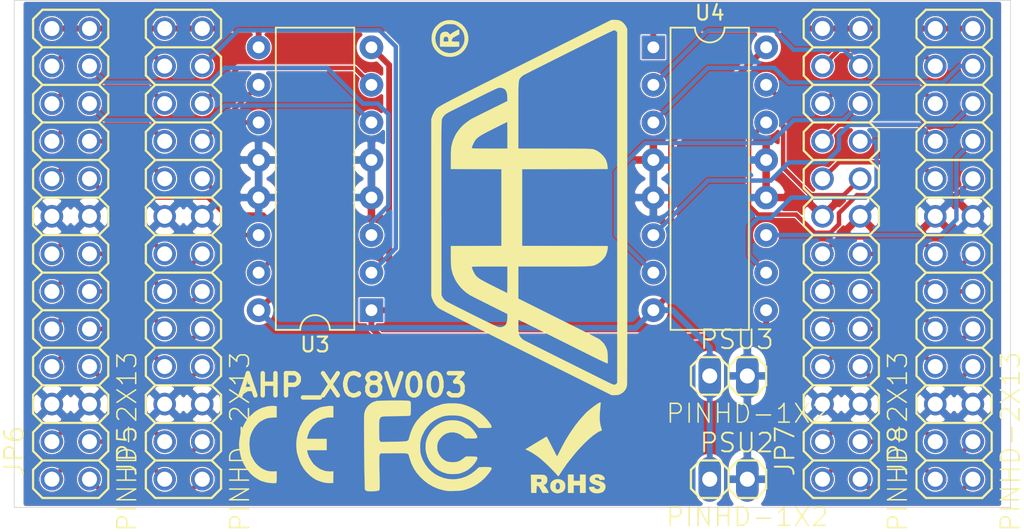
<source format=kicad_pcb>
(kicad_pcb (version 20171130) (host pcbnew 5.1.5+dfsg1-2build2)
  (layers (0 F.Cu signal) (31 B.Cu signal) (34 B.Paste user) (35 F.Paste user) (36 B.SilkS user) (37 F.SilkS user) (38 B.Mask user) (39 F.Mask user) (44 Edge.Cuts user))
  (net 0 "")
  (net 1 +3V3)
  (net 2 GND)
  (net 3 "Net-(JP5-Pad24)")
  (net 4 "Net-(JP5-Pad23)")
  (net 5 "Net-(JP5-Pad22)")
  (net 6 "Net-(JP5-Pad21)")
  (net 7 "Net-(JP5-Pad20)")
  (net 8 "Net-(JP5-Pad19)")
  (net 9 "Net-(JP5-Pad18)")
  (net 10 "Net-(JP5-Pad17)")
  (net 11 "Net-(JP5-Pad14)")
  (net 12 "Net-(JP5-Pad13)")
  (net 13 "Net-(JP5-Pad12)")
  (net 14 "Net-(JP5-Pad11)")
  (net 15 "Net-(JP5-Pad10)")
  (net 16 "Net-(JP5-Pad9)")
  (net 17 "Net-(JP5-Pad8)")
  (net 18 "Net-(JP5-Pad7)")
  (net 19 "Net-(JP5-Pad4)")
  (net 20 "Net-(JP5-Pad3)")
  (net 21 "Net-(JP5-Pad2)")
  (net 22 "Net-(JP5-Pad1)")
  (net 23 "Net-(JP7-Pad24)")
  (net 24 "Net-(JP7-Pad23)")
  (net 25 "Net-(JP7-Pad22)")
  (net 26 "Net-(JP7-Pad21)")
  (net 27 "Net-(JP7-Pad20)")
  (net 28 "Net-(JP7-Pad19)")
  (net 29 "Net-(JP7-Pad18)")
  (net 30 "Net-(JP7-Pad17)")
  (net 31 "Net-(JP7-Pad14)")
  (net 32 "Net-(JP7-Pad13)")
  (net 33 "Net-(JP7-Pad12)")
  (net 34 "Net-(JP7-Pad11)")
  (net 35 "Net-(JP7-Pad10)")
  (net 36 "Net-(JP7-Pad9)")
  (net 37 "Net-(JP7-Pad8)")
  (net 38 "Net-(JP7-Pad7)")
  (net 39 "Net-(JP7-Pad4)")
  (net 40 "Net-(JP7-Pad3)")
  (net 41 "Net-(JP7-Pad2)")
  (net 42 "Net-(JP7-Pad1)")
  (net 43 +5V)
  (net 44 "Net-(JP6-Pad23)")
  (net 45 "Net-(JP6-Pad21)")
  (net 46 "Net-(JP6-Pad19)")
  (net 47 "Net-(JP6-Pad17)")
  (net 48 "Net-(JP8-Pad23)")
  (net 49 "Net-(JP8-Pad21)")
  (net 50 "Net-(JP8-Pad19)")
  (net 51 "Net-(JP8-Pad17)")
  (module logos:CE_logo (layer F.Cu) (at 85.09 139.7)
    (fp_text reference G*** hide)
    (fp_text value LOGO hide)
  )
  (module logos:AHP_logo (layer F.Cu) (at 92.075 123.19 90)
    (fp_text reference G*** hide)
    (fp_text value LOGO hide)
  )
  (module Package_DIP:DIP-16_W7.62mm (layer F.Cu) (at 100.46 112.355)
    (fp_text reference U4 (at 3.81 -2.33) (layer F.SilkS))
    (fp_text value L293D)
    (pad 1 thru_hole rect (at 0 0) (size 1.6 1.6) (drill 0.8) (layers *.Cu *.Mask) (net 1 +3V3))
    (pad 9 thru_hole oval (at 7.62 17.78) (size 1.6 1.6) (drill 0.8) (layers *.Cu *.Mask) (net 1 +3V3))
    (pad 2 thru_hole oval (at 0 2.54) (size 1.6 1.6) (drill 0.8) (layers *.Cu *.Mask) (net 24 "Net-(JP7-Pad23)"))
    (pad 10 thru_hole oval (at 7.62 15.24) (size 1.6 1.6) (drill 0.8) (layers *.Cu *.Mask) (net 28 "Net-(JP7-Pad19)"))
    (pad 3 thru_hole oval (at 0 5.08) (size 1.6 1.6) (drill 0.8) (layers *.Cu *.Mask) (net 48 "Net-(JP8-Pad23)"))
    (pad 11 thru_hole oval (at 7.62 12.7) (size 1.6 1.6) (drill 0.8) (layers *.Cu *.Mask) (net 50 "Net-(JP8-Pad19)"))
    (pad 4 thru_hole oval (at 0 7.62) (size 1.6 1.6) (drill 0.8) (layers *.Cu *.Mask) (net 2 GND))
    (pad 12 thru_hole oval (at 7.62 10.16) (size 1.6 1.6) (drill 0.8) (layers *.Cu *.Mask) (net 2 GND))
    (pad 5 thru_hole oval (at 0 10.16) (size 1.6 1.6) (drill 0.8) (layers *.Cu *.Mask) (net 2 GND))
    (pad 13 thru_hole oval (at 7.62 7.62) (size 1.6 1.6) (drill 0.8) (layers *.Cu *.Mask) (net 2 GND))
    (pad 6 thru_hole oval (at 0 12.7) (size 1.6 1.6) (drill 0.8) (layers *.Cu *.Mask) (net 49 "Net-(JP8-Pad21)"))
    (pad 14 thru_hole oval (at 7.62 5.08) (size 1.6 1.6) (drill 0.8) (layers *.Cu *.Mask) (net 51 "Net-(JP8-Pad17)"))
    (pad 7 thru_hole oval (at 0 15.24) (size 1.6 1.6) (drill 0.8) (layers *.Cu *.Mask) (net 26 "Net-(JP7-Pad21)"))
    (pad 15 thru_hole oval (at 7.62 2.54) (size 1.6 1.6) (drill 0.8) (layers *.Cu *.Mask) (net 30 "Net-(JP7-Pad17)"))
    (pad 8 thru_hole oval (at 0 17.78) (size 1.6 1.6) (drill 0.8) (layers *.Cu *.Mask) (net 43 +5V))
    (pad 16 thru_hole oval (at 7.62 0) (size 1.6 1.6) (drill 0.8) (layers *.Cu *.Mask) (net 43 +5V))
  )
  (module pinhead:pinhead-2X13 (layer F.Cu) (at 68.71 126.325 90)
    (fp_text reference JP5 (at -13.335 -3.81 90) (layer F.SilkS) (effects (font (size 1.27 1.27) (thickness 0.127))))
    (fp_text value PINHD-2X13 (at -12.7 3.81 90) (layer F.SilkS) (effects (font (size 1.27 1.27) (thickness 0.1016))))
    (pad 26 thru_hole circle (at 15.24 -1.27 90) (size 1.524 3.048) (drill 1.016) (layers *.Cu *.Paste *.Mask) (net 1 +3V3))
    (pad 25 thru_hole circle (at 15.24 1.27 90) (size 1.524 3.048) (drill 1.016) (layers *.Cu *.Paste *.Mask) (net 1 +3V3))
    (pad 24 thru_hole circle (at 12.7 -1.27 90) (size 1.524 3.048) (drill 1.016) (layers *.Cu *.Paste *.Mask) (net 3 "Net-(JP5-Pad24)"))
    (pad 23 thru_hole circle (at 12.7 1.27 90) (size 1.524 3.048) (drill 1.016) (layers *.Cu *.Paste *.Mask) (net 4 "Net-(JP5-Pad23)"))
    (pad 22 thru_hole circle (at 10.16 -1.27 90) (size 1.524 3.048) (drill 1.016) (layers *.Cu *.Paste *.Mask) (net 5 "Net-(JP5-Pad22)"))
    (pad 21 thru_hole circle (at 10.16 1.27 90) (size 1.524 3.048) (drill 1.016) (layers *.Cu *.Paste *.Mask) (net 6 "Net-(JP5-Pad21)"))
    (pad 20 thru_hole circle (at 7.62 -1.27 90) (size 1.524 3.048) (drill 1.016) (layers *.Cu *.Paste *.Mask) (net 7 "Net-(JP5-Pad20)"))
    (pad 19 thru_hole circle (at 7.62 1.27 90) (size 1.524 3.048) (drill 1.016) (layers *.Cu *.Paste *.Mask) (net 8 "Net-(JP5-Pad19)"))
    (pad 18 thru_hole circle (at 5.08 -1.27 90) (size 1.524 3.048) (drill 1.016) (layers *.Cu *.Paste *.Mask) (net 9 "Net-(JP5-Pad18)"))
    (pad 17 thru_hole circle (at 5.08 1.27 90) (size 1.524 3.048) (drill 1.016) (layers *.Cu *.Paste *.Mask) (net 10 "Net-(JP5-Pad17)"))
    (pad 16 thru_hole circle (at 2.54 -1.27 90) (size 1.524 3.048) (drill 1.016) (layers *.Cu *.Paste *.Mask) (net 2 GND))
    (pad 15 thru_hole circle (at 2.54 1.27 90) (size 1.524 3.048) (drill 1.016) (layers *.Cu *.Paste *.Mask) (net 2 GND))
    (pad 14 thru_hole circle (at 0 -1.27 90) (size 1.524 3.048) (drill 1.016) (layers *.Cu *.Paste *.Mask) (net 11 "Net-(JP5-Pad14)"))
    (pad 13 thru_hole circle (at 0 1.27 90) (size 1.524 3.048) (drill 1.016) (layers *.Cu *.Paste *.Mask) (net 12 "Net-(JP5-Pad13)"))
    (pad 12 thru_hole circle (at -2.54 -1.27 90) (size 1.524 3.048) (drill 1.016) (layers *.Cu *.Paste *.Mask) (net 13 "Net-(JP5-Pad12)"))
    (pad 11 thru_hole circle (at -2.54 1.27 90) (size 1.524 3.048) (drill 1.016) (layers *.Cu *.Paste *.Mask) (net 14 "Net-(JP5-Pad11)"))
    (pad 10 thru_hole circle (at -5.08 -1.27 90) (size 1.524 3.048) (drill 1.016) (layers *.Cu *.Paste *.Mask) (net 15 "Net-(JP5-Pad10)"))
    (pad 9 thru_hole circle (at -5.08 1.27 90) (size 1.524 3.048) (drill 1.016) (layers *.Cu *.Paste *.Mask) (net 16 "Net-(JP5-Pad9)"))
    (pad 8 thru_hole circle (at -7.62 -1.27 90) (size 1.524 3.048) (drill 1.016) (layers *.Cu *.Paste *.Mask) (net 17 "Net-(JP5-Pad8)"))
    (pad 7 thru_hole circle (at -7.62 1.27 90) (size 1.524 3.048) (drill 1.016) (layers *.Cu *.Paste *.Mask) (net 18 "Net-(JP5-Pad7)"))
    (pad 6 thru_hole circle (at -10.16 -1.27 90) (size 1.524 3.048) (drill 1.016) (layers *.Cu *.Paste *.Mask) (net 2 GND))
    (pad 5 thru_hole circle (at -10.16 1.27 90) (size 1.524 3.048) (drill 1.016) (layers *.Cu *.Paste *.Mask) (net 2 GND))
    (pad 4 thru_hole circle (at -12.7 -1.27 90) (size 1.524 3.048) (drill 1.016) (layers *.Cu *.Paste *.Mask) (net 19 "Net-(JP5-Pad4)"))
    (pad 3 thru_hole circle (at -12.7 1.27 90) (size 1.524 3.048) (drill 1.016) (layers *.Cu *.Paste *.Mask) (net 20 "Net-(JP5-Pad3)"))
    (pad 2 thru_hole circle (at -15.24 -1.27 90) (size 1.524 3.048) (drill 1.016) (layers *.Cu *.Paste *.Mask) (net 21 "Net-(JP5-Pad2)"))
    (pad 1 thru_hole circle (at -15.24 1.27 90) (size 1.524 3.048) (drill 1.016) (layers *.Cu *.Paste *.Mask) (net 22 "Net-(JP5-Pad1)"))
  )
  (module pinhead:pinhead-1X02 (layer F.Cu) (at 105.54 134.58)
    (fp_text reference PSU3 (at 0.5588 -2.4638) (layer F.SilkS) (effects (font (size 1.27 1.27) (thickness 0.127))))
    (fp_text value PINHD-1X2 (at 1.27 2.54) (layer F.SilkS) (effects (font (size 1.27 1.27) (thickness 0.1016))))
    (pad 2 thru_hole oval (at 1.27 0 180) (size 1.524 3.048) (drill 1.016) (layers *.Cu *.Paste *.Mask) (net 2 GND))
    (pad 1 thru_hole oval (at -1.27 0 180) (size 1.524 3.048) (drill 1.016) (layers *.Cu *.Paste *.Mask) (net 43 +5V))
  )
  (module pinhead:pinhead-2X13 (layer F.Cu) (at 113.16 126.325 90)
    (fp_text reference JP7 (at -13.335 -3.81 90) (layer F.SilkS) (effects (font (size 1.27 1.27) (thickness 0.127))))
    (fp_text value PINHD-2X13 (at -12.7 3.81 90) (layer F.SilkS) (effects (font (size 1.27 1.27) (thickness 0.1016))))
    (pad 26 thru_hole circle (at 15.24 -1.27 90) (size 1.524 3.048) (drill 1.016) (layers *.Cu *.Paste *.Mask) (net 1 +3V3))
    (pad 25 thru_hole circle (at 15.24 1.27 90) (size 1.524 3.048) (drill 1.016) (layers *.Cu *.Paste *.Mask) (net 1 +3V3))
    (pad 24 thru_hole circle (at 12.7 -1.27 90) (size 1.524 3.048) (drill 1.016) (layers *.Cu *.Paste *.Mask) (net 23 "Net-(JP7-Pad24)"))
    (pad 23 thru_hole circle (at 12.7 1.27 90) (size 1.524 3.048) (drill 1.016) (layers *.Cu *.Paste *.Mask) (net 24 "Net-(JP7-Pad23)"))
    (pad 22 thru_hole circle (at 10.16 -1.27 90) (size 1.524 3.048) (drill 1.016) (layers *.Cu *.Paste *.Mask) (net 25 "Net-(JP7-Pad22)"))
    (pad 21 thru_hole circle (at 10.16 1.27 90) (size 1.524 3.048) (drill 1.016) (layers *.Cu *.Paste *.Mask) (net 26 "Net-(JP7-Pad21)"))
    (pad 20 thru_hole circle (at 7.62 -1.27 90) (size 1.524 3.048) (drill 1.016) (layers *.Cu *.Paste *.Mask) (net 27 "Net-(JP7-Pad20)"))
    (pad 19 thru_hole circle (at 7.62 1.27 90) (size 1.524 3.048) (drill 1.016) (layers *.Cu *.Paste *.Mask) (net 28 "Net-(JP7-Pad19)"))
    (pad 18 thru_hole circle (at 5.08 -1.27 90) (size 1.524 3.048) (drill 1.016) (layers *.Cu *.Paste *.Mask) (net 29 "Net-(JP7-Pad18)"))
    (pad 17 thru_hole circle (at 5.08 1.27 90) (size 1.524 3.048) (drill 1.016) (layers *.Cu *.Paste *.Mask) (net 30 "Net-(JP7-Pad17)"))
    (pad 16 thru_hole circle (at 2.54 -1.27 90) (size 1.524 3.048) (drill 1.016) (layers *.Cu *.Paste *.Mask) (net 2 GND))
    (pad 15 thru_hole circle (at 2.54 1.27 90) (size 1.524 3.048) (drill 1.016) (layers *.Cu *.Paste *.Mask) (net 2 GND))
    (pad 14 thru_hole circle (at 0 -1.27 90) (size 1.524 3.048) (drill 1.016) (layers *.Cu *.Paste *.Mask) (net 31 "Net-(JP7-Pad14)"))
    (pad 13 thru_hole circle (at 0 1.27 90) (size 1.524 3.048) (drill 1.016) (layers *.Cu *.Paste *.Mask) (net 32 "Net-(JP7-Pad13)"))
    (pad 12 thru_hole circle (at -2.54 -1.27 90) (size 1.524 3.048) (drill 1.016) (layers *.Cu *.Paste *.Mask) (net 33 "Net-(JP7-Pad12)"))
    (pad 11 thru_hole circle (at -2.54 1.27 90) (size 1.524 3.048) (drill 1.016) (layers *.Cu *.Paste *.Mask) (net 34 "Net-(JP7-Pad11)"))
    (pad 10 thru_hole circle (at -5.08 -1.27 90) (size 1.524 3.048) (drill 1.016) (layers *.Cu *.Paste *.Mask) (net 35 "Net-(JP7-Pad10)"))
    (pad 9 thru_hole circle (at -5.08 1.27 90) (size 1.524 3.048) (drill 1.016) (layers *.Cu *.Paste *.Mask) (net 36 "Net-(JP7-Pad9)"))
    (pad 8 thru_hole circle (at -7.62 -1.27 90) (size 1.524 3.048) (drill 1.016) (layers *.Cu *.Paste *.Mask) (net 37 "Net-(JP7-Pad8)"))
    (pad 7 thru_hole circle (at -7.62 1.27 90) (size 1.524 3.048) (drill 1.016) (layers *.Cu *.Paste *.Mask) (net 38 "Net-(JP7-Pad7)"))
    (pad 6 thru_hole circle (at -10.16 -1.27 90) (size 1.524 3.048) (drill 1.016) (layers *.Cu *.Paste *.Mask) (net 2 GND))
    (pad 5 thru_hole circle (at -10.16 1.27 90) (size 1.524 3.048) (drill 1.016) (layers *.Cu *.Paste *.Mask) (net 2 GND))
    (pad 4 thru_hole circle (at -12.7 -1.27 90) (size 1.524 3.048) (drill 1.016) (layers *.Cu *.Paste *.Mask) (net 39 "Net-(JP7-Pad4)"))
    (pad 3 thru_hole circle (at -12.7 1.27 90) (size 1.524 3.048) (drill 1.016) (layers *.Cu *.Paste *.Mask) (net 40 "Net-(JP7-Pad3)"))
    (pad 2 thru_hole circle (at -15.24 -1.27 90) (size 1.524 3.048) (drill 1.016) (layers *.Cu *.Paste *.Mask) (net 41 "Net-(JP7-Pad2)"))
    (pad 1 thru_hole circle (at -15.24 1.27 90) (size 1.524 3.048) (drill 1.016) (layers *.Cu *.Paste *.Mask) (net 42 "Net-(JP7-Pad1)"))
  )
  (module pinhead:pinhead-2X13 (layer F.Cu) (at 120.78 126.325 90)
    (fp_text reference JP8 (at -13.335 -3.81 90) (layer F.SilkS) (effects (font (size 1.27 1.27) (thickness 0.127))))
    (fp_text value PINHD-2X13 (at -12.7 3.81 90) (layer F.SilkS) (effects (font (size 1.27 1.27) (thickness 0.1016))))
    (pad 26 thru_hole circle (at 15.24 -1.27 90) (size 1.524 3.048) (drill 1.016) (layers *.Cu *.Paste *.Mask) (net 1 +3V3))
    (pad 25 thru_hole circle (at 15.24 1.27 90) (size 1.524 3.048) (drill 1.016) (layers *.Cu *.Paste *.Mask) (net 1 +3V3))
    (pad 24 thru_hole circle (at 12.7 -1.27 90) (size 1.524 3.048) (drill 1.016) (layers *.Cu *.Paste *.Mask) (net 23 "Net-(JP7-Pad24)"))
    (pad 23 thru_hole circle (at 12.7 1.27 90) (size 1.524 3.048) (drill 1.016) (layers *.Cu *.Paste *.Mask) (net 48 "Net-(JP8-Pad23)"))
    (pad 22 thru_hole circle (at 10.16 -1.27 90) (size 1.524 3.048) (drill 1.016) (layers *.Cu *.Paste *.Mask) (net 25 "Net-(JP7-Pad22)"))
    (pad 21 thru_hole circle (at 10.16 1.27 90) (size 1.524 3.048) (drill 1.016) (layers *.Cu *.Paste *.Mask) (net 49 "Net-(JP8-Pad21)"))
    (pad 20 thru_hole circle (at 7.62 -1.27 90) (size 1.524 3.048) (drill 1.016) (layers *.Cu *.Paste *.Mask) (net 27 "Net-(JP7-Pad20)"))
    (pad 19 thru_hole circle (at 7.62 1.27 90) (size 1.524 3.048) (drill 1.016) (layers *.Cu *.Paste *.Mask) (net 50 "Net-(JP8-Pad19)"))
    (pad 18 thru_hole circle (at 5.08 -1.27 90) (size 1.524 3.048) (drill 1.016) (layers *.Cu *.Paste *.Mask) (net 29 "Net-(JP7-Pad18)"))
    (pad 17 thru_hole circle (at 5.08 1.27 90) (size 1.524 3.048) (drill 1.016) (layers *.Cu *.Paste *.Mask) (net 51 "Net-(JP8-Pad17)"))
    (pad 16 thru_hole circle (at 2.54 -1.27 90) (size 1.524 3.048) (drill 1.016) (layers *.Cu *.Paste *.Mask) (net 2 GND))
    (pad 15 thru_hole circle (at 2.54 1.27 90) (size 1.524 3.048) (drill 1.016) (layers *.Cu *.Paste *.Mask) (net 2 GND))
    (pad 14 thru_hole circle (at 0 -1.27 90) (size 1.524 3.048) (drill 1.016) (layers *.Cu *.Paste *.Mask) (net 31 "Net-(JP7-Pad14)"))
    (pad 13 thru_hole circle (at 0 1.27 90) (size 1.524 3.048) (drill 1.016) (layers *.Cu *.Paste *.Mask) (net 32 "Net-(JP7-Pad13)"))
    (pad 12 thru_hole circle (at -2.54 -1.27 90) (size 1.524 3.048) (drill 1.016) (layers *.Cu *.Paste *.Mask) (net 33 "Net-(JP7-Pad12)"))
    (pad 11 thru_hole circle (at -2.54 1.27 90) (size 1.524 3.048) (drill 1.016) (layers *.Cu *.Paste *.Mask) (net 34 "Net-(JP7-Pad11)"))
    (pad 10 thru_hole circle (at -5.08 -1.27 90) (size 1.524 3.048) (drill 1.016) (layers *.Cu *.Paste *.Mask) (net 35 "Net-(JP7-Pad10)"))
    (pad 9 thru_hole circle (at -5.08 1.27 90) (size 1.524 3.048) (drill 1.016) (layers *.Cu *.Paste *.Mask) (net 36 "Net-(JP7-Pad9)"))
    (pad 8 thru_hole circle (at -7.62 -1.27 90) (size 1.524 3.048) (drill 1.016) (layers *.Cu *.Paste *.Mask) (net 37 "Net-(JP7-Pad8)"))
    (pad 7 thru_hole circle (at -7.62 1.27 90) (size 1.524 3.048) (drill 1.016) (layers *.Cu *.Paste *.Mask) (net 38 "Net-(JP7-Pad7)"))
    (pad 6 thru_hole circle (at -10.16 -1.27 90) (size 1.524 3.048) (drill 1.016) (layers *.Cu *.Paste *.Mask) (net 2 GND))
    (pad 5 thru_hole circle (at -10.16 1.27 90) (size 1.524 3.048) (drill 1.016) (layers *.Cu *.Paste *.Mask) (net 2 GND))
    (pad 4 thru_hole circle (at -12.7 -1.27 90) (size 1.524 3.048) (drill 1.016) (layers *.Cu *.Paste *.Mask) (net 39 "Net-(JP7-Pad4)"))
    (pad 3 thru_hole circle (at -12.7 1.27 90) (size 1.524 3.048) (drill 1.016) (layers *.Cu *.Paste *.Mask) (net 40 "Net-(JP7-Pad3)"))
    (pad 2 thru_hole circle (at -15.24 -1.27 90) (size 1.524 3.048) (drill 1.016) (layers *.Cu *.Paste *.Mask) (net 41 "Net-(JP7-Pad2)"))
    (pad 1 thru_hole circle (at -15.24 1.27 90) (size 1.524 3.048) (drill 1.016) (layers *.Cu *.Paste *.Mask) (net 42 "Net-(JP7-Pad1)"))
  )
  (module pinhead:pinhead-2X13 (layer F.Cu) (at 61.09 126.325 90)
    (fp_text reference JP6 (at -13.335 -3.81 90) (layer F.SilkS) (effects (font (size 1.27 1.27) (thickness 0.127))))
    (fp_text value PINHD-2X13 (at -12.7 3.81 90) (layer F.SilkS) (effects (font (size 1.27 1.27) (thickness 0.1016))))
    (pad 26 thru_hole circle (at 15.24 -1.27 90) (size 1.524 3.048) (drill 1.016) (layers *.Cu *.Paste *.Mask) (net 1 +3V3))
    (pad 25 thru_hole circle (at 15.24 1.27 90) (size 1.524 3.048) (drill 1.016) (layers *.Cu *.Paste *.Mask) (net 1 +3V3))
    (pad 24 thru_hole circle (at 12.7 -1.27 90) (size 1.524 3.048) (drill 1.016) (layers *.Cu *.Paste *.Mask) (net 3 "Net-(JP5-Pad24)"))
    (pad 23 thru_hole circle (at 12.7 1.27 90) (size 1.524 3.048) (drill 1.016) (layers *.Cu *.Paste *.Mask) (net 44 "Net-(JP6-Pad23)"))
    (pad 22 thru_hole circle (at 10.16 -1.27 90) (size 1.524 3.048) (drill 1.016) (layers *.Cu *.Paste *.Mask) (net 5 "Net-(JP5-Pad22)"))
    (pad 21 thru_hole circle (at 10.16 1.27 90) (size 1.524 3.048) (drill 1.016) (layers *.Cu *.Paste *.Mask) (net 45 "Net-(JP6-Pad21)"))
    (pad 20 thru_hole circle (at 7.62 -1.27 90) (size 1.524 3.048) (drill 1.016) (layers *.Cu *.Paste *.Mask) (net 7 "Net-(JP5-Pad20)"))
    (pad 19 thru_hole circle (at 7.62 1.27 90) (size 1.524 3.048) (drill 1.016) (layers *.Cu *.Paste *.Mask) (net 46 "Net-(JP6-Pad19)"))
    (pad 18 thru_hole circle (at 5.08 -1.27 90) (size 1.524 3.048) (drill 1.016) (layers *.Cu *.Paste *.Mask) (net 9 "Net-(JP5-Pad18)"))
    (pad 17 thru_hole circle (at 5.08 1.27 90) (size 1.524 3.048) (drill 1.016) (layers *.Cu *.Paste *.Mask) (net 47 "Net-(JP6-Pad17)"))
    (pad 16 thru_hole circle (at 2.54 -1.27 90) (size 1.524 3.048) (drill 1.016) (layers *.Cu *.Paste *.Mask) (net 2 GND))
    (pad 15 thru_hole circle (at 2.54 1.27 90) (size 1.524 3.048) (drill 1.016) (layers *.Cu *.Paste *.Mask) (net 2 GND))
    (pad 14 thru_hole circle (at 0 -1.27 90) (size 1.524 3.048) (drill 1.016) (layers *.Cu *.Paste *.Mask) (net 11 "Net-(JP5-Pad14)"))
    (pad 13 thru_hole circle (at 0 1.27 90) (size 1.524 3.048) (drill 1.016) (layers *.Cu *.Paste *.Mask) (net 12 "Net-(JP5-Pad13)"))
    (pad 12 thru_hole circle (at -2.54 -1.27 90) (size 1.524 3.048) (drill 1.016) (layers *.Cu *.Paste *.Mask) (net 13 "Net-(JP5-Pad12)"))
    (pad 11 thru_hole circle (at -2.54 1.27 90) (size 1.524 3.048) (drill 1.016) (layers *.Cu *.Paste *.Mask) (net 14 "Net-(JP5-Pad11)"))
    (pad 10 thru_hole circle (at -5.08 -1.27 90) (size 1.524 3.048) (drill 1.016) (layers *.Cu *.Paste *.Mask) (net 15 "Net-(JP5-Pad10)"))
    (pad 9 thru_hole circle (at -5.08 1.27 90) (size 1.524 3.048) (drill 1.016) (layers *.Cu *.Paste *.Mask) (net 16 "Net-(JP5-Pad9)"))
    (pad 8 thru_hole circle (at -7.62 -1.27 90) (size 1.524 3.048) (drill 1.016) (layers *.Cu *.Paste *.Mask) (net 17 "Net-(JP5-Pad8)"))
    (pad 7 thru_hole circle (at -7.62 1.27 90) (size 1.524 3.048) (drill 1.016) (layers *.Cu *.Paste *.Mask) (net 18 "Net-(JP5-Pad7)"))
    (pad 6 thru_hole circle (at -10.16 -1.27 90) (size 1.524 3.048) (drill 1.016) (layers *.Cu *.Paste *.Mask) (net 2 GND))
    (pad 5 thru_hole circle (at -10.16 1.27 90) (size 1.524 3.048) (drill 1.016) (layers *.Cu *.Paste *.Mask) (net 2 GND))
    (pad 4 thru_hole circle (at -12.7 -1.27 90) (size 1.524 3.048) (drill 1.016) (layers *.Cu *.Paste *.Mask) (net 19 "Net-(JP5-Pad4)"))
    (pad 3 thru_hole circle (at -12.7 1.27 90) (size 1.524 3.048) (drill 1.016) (layers *.Cu *.Paste *.Mask) (net 20 "Net-(JP5-Pad3)"))
    (pad 2 thru_hole circle (at -15.24 -1.27 90) (size 1.524 3.048) (drill 1.016) (layers *.Cu *.Paste *.Mask) (net 21 "Net-(JP5-Pad2)"))
    (pad 1 thru_hole circle (at -15.24 1.27 90) (size 1.524 3.048) (drill 1.016) (layers *.Cu *.Paste *.Mask) (net 22 "Net-(JP5-Pad1)"))
  )
  (module pinhead:pinhead-1X02 (layer F.Cu) (at 105.54 141.565)
    (fp_text reference PSU2 (at 0.5588 -2.4638) (layer F.SilkS) (effects (font (size 1.27 1.27) (thickness 0.127))))
    (fp_text value PINHD-1X2 (at 1.27 2.54) (layer F.SilkS) (effects (font (size 1.27 1.27) (thickness 0.1016))))
    (pad 2 thru_hole oval (at 1.27 0 180) (size 1.524 3.048) (drill 1.016) (layers *.Cu *.Paste *.Mask) (net 2 GND))
    (pad 1 thru_hole oval (at -1.27 0 180) (size 1.524 3.048) (drill 1.016) (layers *.Cu *.Paste *.Mask) (net 43 +5V))
  )
  (module Package_DIP:DIP-16_W7.62mm (layer F.Cu) (at 81.41 130.135 180)
    (fp_text reference U3 (at 3.81 -2.33) (layer F.SilkS))
    (fp_text value L293D)
    (pad 16 thru_hole oval (at 7.62 0 180) (size 1.6 1.6) (drill 0.8) (layers *.Cu *.Mask) (net 43 +5V))
    (pad 8 thru_hole oval (at 0 17.78 180) (size 1.6 1.6) (drill 0.8) (layers *.Cu *.Mask) (net 43 +5V))
    (pad 15 thru_hole oval (at 7.62 2.54 180) (size 1.6 1.6) (drill 0.8) (layers *.Cu *.Mask) (net 10 "Net-(JP5-Pad17)"))
    (pad 7 thru_hole oval (at 0 15.24 180) (size 1.6 1.6) (drill 0.8) (layers *.Cu *.Mask) (net 6 "Net-(JP5-Pad21)"))
    (pad 14 thru_hole oval (at 7.62 5.08 180) (size 1.6 1.6) (drill 0.8) (layers *.Cu *.Mask) (net 47 "Net-(JP6-Pad17)"))
    (pad 6 thru_hole oval (at 0 12.7 180) (size 1.6 1.6) (drill 0.8) (layers *.Cu *.Mask) (net 45 "Net-(JP6-Pad21)"))
    (pad 13 thru_hole oval (at 7.62 7.62 180) (size 1.6 1.6) (drill 0.8) (layers *.Cu *.Mask) (net 2 GND))
    (pad 5 thru_hole oval (at 0 10.16 180) (size 1.6 1.6) (drill 0.8) (layers *.Cu *.Mask) (net 2 GND))
    (pad 12 thru_hole oval (at 7.62 10.16 180) (size 1.6 1.6) (drill 0.8) (layers *.Cu *.Mask) (net 2 GND))
    (pad 4 thru_hole oval (at 0 7.62 180) (size 1.6 1.6) (drill 0.8) (layers *.Cu *.Mask) (net 2 GND))
    (pad 11 thru_hole oval (at 7.62 12.7 180) (size 1.6 1.6) (drill 0.8) (layers *.Cu *.Mask) (net 46 "Net-(JP6-Pad19)"))
    (pad 3 thru_hole oval (at 0 5.08 180) (size 1.6 1.6) (drill 0.8) (layers *.Cu *.Mask) (net 44 "Net-(JP6-Pad23)"))
    (pad 10 thru_hole oval (at 7.62 15.24 180) (size 1.6 1.6) (drill 0.8) (layers *.Cu *.Mask) (net 8 "Net-(JP5-Pad19)"))
    (pad 2 thru_hole oval (at 0 2.54 180) (size 1.6 1.6) (drill 0.8) (layers *.Cu *.Mask) (net 4 "Net-(JP5-Pad23)"))
    (pad 9 thru_hole oval (at 7.62 17.78 180) (size 1.6 1.6) (drill 0.8) (layers *.Cu *.Mask) (net 1 +3V3))
    (pad 1 thru_hole rect (at 0 0 180) (size 1.6 1.6) (drill 0.8) (layers *.Cu *.Mask) (net 1 +3V3))
  )
  (gr_line (start 124.59 143.47) (end 124.59 109.18) (layer Edge.Cuts) (width 0.05))
  (gr_line (start 57.28 143.47) (end 124.59 143.47) (layer Edge.Cuts) (width 0.05))
  (gr_text AHP_XC8V003 (at 80.14 135.215) (layer F.SilkS) (effects (font (size 1.5 1.5) (thickness 0.3))))
  (gr_line (start 57.28 109.18) (end 57.28 143.47) (layer Edge.Cuts) (width 0.05))
  (gr_line (start 124.59 109.18) (end 57.28 109.18) (layer Edge.Cuts) (width 0.05))
  (segment (start 81.41 131.335) (end 81.41 130.135) (width 0.4) (layer F.Cu) (net 1))
  (segment (start 108.08 130.135) (end 108.08 131.913) (width 0.4) (layer F.Cu) (net 1))
  (segment (start 81.988 131.913) (end 81.41 131.335) (width 0.4) (layer F.Cu) (net 1))
  (segment (start 108.08 131.913) (end 81.988 131.913) (width 0.4) (layer F.Cu) (net 1))
  (segment (start 81.41 130.135) (end 83.95 130.134999) (width 0.4) (layer F.Cu) (net 1))
  (segment (start 83.95 130.134999) (end 83.95 111.085) (width 0.4) (layer F.Cu) (net 1))
  (segment (start 100.53 111.085) (end 122.05 111.085) (width 0.4) (layer F.Cu) (net 1))
  (segment (start 83.95 111.085) (end 73.79 111.085) (width 0.4) (layer F.Cu) (net 1))
  (segment (start 73.79 112.355) (end 73.79 111.085) (width 0.4) (layer F.Cu) (net 1))
  (segment (start 83.95 111.085) (end 100.53 111.085) (width 0.4) (layer F.Cu) (net 1))
  (segment (start 100.46 111.155) (end 100.46 112.355) (width 0.4) (layer F.Cu) (net 1))
  (segment (start 73.79 111.085) (end 59.82 111.085) (width 0.4) (layer F.Cu) (net 1))
  (segment (start 60.932001 112.512999) (end 60.581999 112.863001) (width 0.3) (layer F.Cu) (net 3))
  (segment (start 67.44 113.625) (end 66.327999 112.512999) (width 0.3) (layer F.Cu) (net 3))
  (segment (start 60.581999 112.863001) (end 59.82 113.625) (width 0.3) (layer F.Cu) (net 3))
  (segment (start 66.327999 112.512999) (end 60.932001 112.512999) (width 0.3) (layer F.Cu) (net 3))
  (segment (start 69.98 113.625) (end 72.400001 111.204999) (width 0.3) (layer B.Cu) (net 4))
  (segment (start 83.060011 112.303009) (end 83.060011 125.944989) (width 0.3) (layer B.Cu) (net 4))
  (segment (start 83.060011 125.944989) (end 82.209999 126.795001) (width 0.3) (layer B.Cu) (net 4))
  (segment (start 72.400001 111.204999) (end 81.962001 111.204999) (width 0.3) (layer B.Cu) (net 4))
  (segment (start 82.209999 126.795001) (end 81.41 127.595) (width 0.3) (layer B.Cu) (net 4))
  (segment (start 81.962001 111.204999) (end 83.060011 112.303009) (width 0.3) (layer B.Cu) (net 4))
  (segment (start 60.581999 115.403001) (end 59.82 116.165) (width 0.3) (layer F.Cu) (net 5))
  (segment (start 60.932001 115.052999) (end 60.581999 115.403001) (width 0.3) (layer F.Cu) (net 5))
  (segment (start 66.327999 115.052999) (end 60.932001 115.052999) (width 0.3) (layer F.Cu) (net 5))
  (segment (start 67.44 116.165) (end 66.327999 115.052999) (width 0.3) (layer F.Cu) (net 5))
  (segment (start 80.259999 113.744999) (end 80.610001 114.095001) (width 0.3) (layer F.Cu) (net 6))
  (segment (start 72.400001 113.744999) (end 80.259999 113.744999) (width 0.3) (layer F.Cu) (net 6))
  (segment (start 80.610001 114.095001) (end 81.41 114.895) (width 0.3) (layer F.Cu) (net 6))
  (segment (start 69.98 116.165) (end 72.400001 113.744999) (width 0.3) (layer F.Cu) (net 6))
  (segment (start 60.932001 117.592999) (end 60.581999 117.943001) (width 0.3) (layer F.Cu) (net 7))
  (segment (start 60.581999 117.943001) (end 59.82 118.705) (width 0.3) (layer F.Cu) (net 7))
  (segment (start 67.44 118.705) (end 66.327999 117.592999) (width 0.3) (layer F.Cu) (net 7))
  (segment (start 66.327999 117.592999) (end 60.932001 117.592999) (width 0.3) (layer F.Cu) (net 7))
  (segment (start 69.98 118.705) (end 73.79 114.895) (width 0.3) (layer F.Cu) (net 8))
  (segment (start 60.581999 120.483001) (end 59.82 121.245) (width 0.3) (layer F.Cu) (net 9))
  (segment (start 67.44 121.245) (end 66.327999 120.132999) (width 0.3) (layer F.Cu) (net 9))
  (segment (start 66.327999 120.132999) (end 60.932001 120.132999) (width 0.3) (layer F.Cu) (net 9))
  (segment (start 60.932001 120.132999) (end 60.581999 120.483001) (width 0.3) (layer F.Cu) (net 9))
  (segment (start 74.940001 126.444999) (end 74.940001 124.502999) (width 0.3) (layer F.Cu) (net 10))
  (segment (start 72.400001 123.665001) (end 70.741999 122.006999) (width 0.3) (layer F.Cu) (net 10))
  (segment (start 70.741999 122.006999) (end 69.98 121.245) (width 0.3) (layer F.Cu) (net 10))
  (segment (start 74.102003 123.665001) (end 72.400001 123.665001) (width 0.3) (layer F.Cu) (net 10))
  (segment (start 74.940001 124.502999) (end 74.102003 123.665001) (width 0.3) (layer F.Cu) (net 10))
  (segment (start 73.79 127.595) (end 74.940001 126.444999) (width 0.3) (layer F.Cu) (net 10))
  (segment (start 66.327999 125.212999) (end 60.932001 125.212999) (width 0.3) (layer F.Cu) (net 11))
  (segment (start 67.44 126.325) (end 66.327999 125.212999) (width 0.3) (layer F.Cu) (net 11))
  (segment (start 60.581999 125.563001) (end 59.82 126.325) (width 0.3) (layer F.Cu) (net 11))
  (segment (start 60.932001 125.212999) (end 60.581999 125.563001) (width 0.3) (layer F.Cu) (net 11))
  (segment (start 68.867999 127.437001) (end 69.218001 127.086999) (width 0.3) (layer F.Cu) (net 12))
  (segment (start 65.794238 126.325) (end 66.906239 127.437001) (width 0.3) (layer F.Cu) (net 12))
  (segment (start 69.218001 127.086999) (end 69.98 126.325) (width 0.3) (layer F.Cu) (net 12))
  (segment (start 62.36 126.325) (end 65.794238 126.325) (width 0.3) (layer F.Cu) (net 12))
  (segment (start 66.906239 127.437001) (end 68.867999 127.437001) (width 0.3) (layer F.Cu) (net 12))
  (segment (start 60.581999 128.103001) (end 59.82 128.865) (width 0.3) (layer F.Cu) (net 13))
  (segment (start 60.932001 127.752999) (end 60.581999 128.103001) (width 0.3) (layer F.Cu) (net 13))
  (segment (start 66.327999 127.752999) (end 60.932001 127.752999) (width 0.3) (layer F.Cu) (net 13))
  (segment (start 67.44 128.865) (end 66.327999 127.752999) (width 0.3) (layer F.Cu) (net 13))
  (segment (start 69.218001 129.626999) (end 69.98 128.865) (width 0.3) (layer F.Cu) (net 14))
  (segment (start 65.794238 128.865) (end 66.906239 129.977001) (width 0.3) (layer F.Cu) (net 14))
  (segment (start 66.906239 129.977001) (end 68.867999 129.977001) (width 0.3) (layer F.Cu) (net 14))
  (segment (start 62.36 128.865) (end 65.794238 128.865) (width 0.3) (layer F.Cu) (net 14))
  (segment (start 68.867999 129.977001) (end 69.218001 129.626999) (width 0.3) (layer F.Cu) (net 14))
  (segment (start 59.82 131.405) (end 60.932001 130.292999) (width 0.3) (layer F.Cu) (net 15))
  (segment (start 66.678001 130.643001) (end 67.44 131.405) (width 0.3) (layer F.Cu) (net 15))
  (segment (start 66.327999 130.292999) (end 66.678001 130.643001) (width 0.3) (layer F.Cu) (net 15))
  (segment (start 60.932001 130.292999) (end 66.327999 130.292999) (width 0.3) (layer F.Cu) (net 15))
  (segment (start 62.36 131.405) (end 65.794238 131.405) (width 0.3) (layer F.Cu) (net 16))
  (segment (start 69.218001 132.166999) (end 69.98 131.405) (width 0.3) (layer F.Cu) (net 16))
  (segment (start 68.71 132.675) (end 69.218001 132.166999) (width 0.3) (layer F.Cu) (net 16))
  (segment (start 67.064238 132.675) (end 68.71 132.675) (width 0.3) (layer F.Cu) (net 16))
  (segment (start 65.794238 131.405) (end 67.064238 132.675) (width 0.3) (layer F.Cu) (net 16))
  (segment (start 60.932001 132.832999) (end 60.581999 133.183001) (width 0.3) (layer F.Cu) (net 17))
  (segment (start 60.581999 133.183001) (end 59.82 133.945) (width 0.3) (layer F.Cu) (net 17))
  (segment (start 67.44 133.945) (end 66.327999 132.832999) (width 0.3) (layer F.Cu) (net 17))
  (segment (start 66.327999 132.832999) (end 60.932001 132.832999) (width 0.3) (layer F.Cu) (net 17))
  (segment (start 63.472001 135.057001) (end 68.867999 135.057001) (width 0.3) (layer F.Cu) (net 18))
  (segment (start 68.867999 135.057001) (end 69.218001 134.706999) (width 0.3) (layer F.Cu) (net 18))
  (segment (start 69.218001 134.706999) (end 69.98 133.945) (width 0.3) (layer F.Cu) (net 18))
  (segment (start 62.36 133.945) (end 63.472001 135.057001) (width 0.3) (layer F.Cu) (net 18))
  (segment (start 60.581999 138.263001) (end 59.82 139.025) (width 0.3) (layer F.Cu) (net 19))
  (segment (start 60.932001 137.912999) (end 60.581999 138.263001) (width 0.3) (layer F.Cu) (net 19))
  (segment (start 66.327999 137.912999) (end 60.932001 137.912999) (width 0.3) (layer F.Cu) (net 19))
  (segment (start 67.44 139.025) (end 66.327999 137.912999) (width 0.3) (layer F.Cu) (net 19))
  (segment (start 66.906239 140.137001) (end 68.867999 140.137001) (width 0.3) (layer F.Cu) (net 20))
  (segment (start 69.218001 139.786999) (end 69.98 139.025) (width 0.3) (layer F.Cu) (net 20))
  (segment (start 68.867999 140.137001) (end 69.218001 139.786999) (width 0.3) (layer F.Cu) (net 20))
  (segment (start 65.794238 139.025) (end 66.906239 140.137001) (width 0.3) (layer F.Cu) (net 20))
  (segment (start 62.36 139.025) (end 65.794238 139.025) (width 0.3) (layer F.Cu) (net 20))
  (segment (start 60.581999 140.803001) (end 59.82 141.565) (width 0.3) (layer F.Cu) (net 21))
  (segment (start 60.932001 140.452999) (end 60.581999 140.803001) (width 0.3) (layer F.Cu) (net 21))
  (segment (start 67.44 141.565) (end 66.327999 140.452999) (width 0.3) (layer F.Cu) (net 21))
  (segment (start 66.327999 140.452999) (end 60.932001 140.452999) (width 0.3) (layer F.Cu) (net 21))
  (segment (start 62.36 141.565) (end 63.472001 142.677001) (width 0.3) (layer F.Cu) (net 22))
  (segment (start 63.472001 142.677001) (end 68.867999 142.677001) (width 0.3) (layer F.Cu) (net 22))
  (segment (start 69.218001 142.326999) (end 69.98 141.565) (width 0.3) (layer F.Cu) (net 22))
  (segment (start 68.867999 142.677001) (end 69.218001 142.326999) (width 0.3) (layer F.Cu) (net 22))
  (segment (start 118.748001 112.863001) (end 119.51 113.625) (width 0.3) (layer F.Cu) (net 23))
  (segment (start 118.397999 112.512999) (end 118.748001 112.863001) (width 0.3) (layer F.Cu) (net 23))
  (segment (start 113.002001 112.512999) (end 118.397999 112.512999) (width 0.3) (layer F.Cu) (net 23))
  (segment (start 111.89 113.625) (end 113.002001 112.512999) (width 0.3) (layer F.Cu) (net 23))
  (segment (start 109.940001 112.512999) (end 108.632001 111.204999) (width 0.3) (layer B.Cu) (net 24))
  (segment (start 114.43 113.625) (end 113.317999 112.512999) (width 0.3) (layer B.Cu) (net 24))
  (segment (start 113.317999 112.512999) (end 109.940001 112.512999) (width 0.3) (layer B.Cu) (net 24))
  (segment (start 101.259999 114.095001) (end 100.46 114.895) (width 0.3) (layer B.Cu) (net 24))
  (segment (start 104.150001 111.204999) (end 101.259999 114.095001) (width 0.3) (layer B.Cu) (net 24))
  (segment (start 108.632001 111.204999) (end 104.150001 111.204999) (width 0.3) (layer B.Cu) (net 24))
  (segment (start 111.89 116.165) (end 113.002001 115.052999) (width 0.3) (layer F.Cu) (net 25))
  (segment (start 118.397999 115.052999) (end 118.748001 115.403001) (width 0.3) (layer F.Cu) (net 25))
  (segment (start 113.002001 115.052999) (end 118.397999 115.052999) (width 0.3) (layer F.Cu) (net 25))
  (segment (start 118.748001 115.403001) (end 119.51 116.165) (width 0.3) (layer F.Cu) (net 25))
  (segment (start 97.92 125.055) (end 99.660001 126.795001) (width 0.3) (layer B.Cu) (net 26))
  (segment (start 114.43 116.165) (end 113.317999 117.277001) (width 0.3) (layer B.Cu) (net 26))
  (segment (start 113.317999 117.277001) (end 109.940001 117.277001) (width 0.3) (layer B.Cu) (net 26))
  (segment (start 99.907999 118.824999) (end 97.92 120.812998) (width 0.3) (layer B.Cu) (net 26))
  (segment (start 108.392003 118.824999) (end 99.907999 118.824999) (width 0.3) (layer B.Cu) (net 26))
  (segment (start 97.92 120.812998) (end 97.92 125.055) (width 0.3) (layer B.Cu) (net 26))
  (segment (start 99.660001 126.795001) (end 100.46 127.595) (width 0.3) (layer B.Cu) (net 26))
  (segment (start 109.940001 117.277001) (end 108.392003 118.824999) (width 0.3) (layer B.Cu) (net 26))
  (segment (start 118.397999 117.592999) (end 118.748001 117.943001) (width 0.3) (layer F.Cu) (net 27))
  (segment (start 118.748001 117.943001) (end 119.51 118.705) (width 0.3) (layer F.Cu) (net 27))
  (segment (start 113.002001 117.592999) (end 118.397999 117.592999) (width 0.3) (layer F.Cu) (net 27))
  (segment (start 111.89 118.705) (end 113.002001 117.592999) (width 0.3) (layer F.Cu) (net 27))
  (segment (start 114.43 118.705) (end 115.50763 118.705) (width 0.3) (layer B.Cu) (net 28))
  (segment (start 106.929999 124.502999) (end 106.929999 126.444999) (width 0.3) (layer B.Cu) (net 28))
  (segment (start 106.929999 126.444999) (end 107.280001 126.795001) (width 0.3) (layer B.Cu) (net 28))
  (segment (start 115.542001 121.778761) (end 114.805762 122.515) (width 0.3) (layer B.Cu) (net 28))
  (segment (start 114.805762 122.515) (end 109.782002 122.515) (width 0.3) (layer B.Cu) (net 28))
  (segment (start 115.50763 118.705) (end 115.542001 118.739371) (width 0.3) (layer B.Cu) (net 28))
  (segment (start 115.542001 118.739371) (end 115.542001 121.778761) (width 0.3) (layer B.Cu) (net 28))
  (segment (start 108.392003 123.904999) (end 107.527999 123.904999) (width 0.3) (layer B.Cu) (net 28))
  (segment (start 107.280001 126.795001) (end 108.08 127.595) (width 0.3) (layer B.Cu) (net 28))
  (segment (start 107.527999 123.904999) (end 106.929999 124.502999) (width 0.3) (layer B.Cu) (net 28))
  (segment (start 109.782002 122.515) (end 108.392003 123.904999) (width 0.3) (layer B.Cu) (net 28))
  (segment (start 119.51 121.245) (end 118.397999 120.132999) (width 0.3) (layer F.Cu) (net 29))
  (segment (start 118.397999 120.132999) (end 113.002001 120.132999) (width 0.3) (layer F.Cu) (net 29))
  (segment (start 112.651999 120.483001) (end 111.89 121.245) (width 0.3) (layer F.Cu) (net 29))
  (segment (start 113.002001 120.132999) (end 112.651999 120.483001) (width 0.3) (layer F.Cu) (net 29))
  (segment (start 109.230001 116.045001) (end 108.08 114.895) (width 0.3) (layer F.Cu) (net 30))
  (segment (start 111.097001 122.357001) (end 109.230001 120.490001) (width 0.3) (layer F.Cu) (net 30))
  (segment (start 113.317999 122.357001) (end 111.097001 122.357001) (width 0.3) (layer F.Cu) (net 30))
  (segment (start 114.43 121.245) (end 113.317999 122.357001) (width 0.3) (layer F.Cu) (net 30))
  (segment (start 109.230001 120.490001) (end 109.230001 116.045001) (width 0.3) (layer F.Cu) (net 30))
  (segment (start 119.51 126.325) (end 118.397999 125.212999) (width 0.3) (layer F.Cu) (net 31))
  (segment (start 118.397999 125.212999) (end 113.002001 125.212999) (width 0.3) (layer F.Cu) (net 31))
  (segment (start 112.651999 125.563001) (end 111.89 126.325) (width 0.3) (layer F.Cu) (net 31))
  (segment (start 113.002001 125.212999) (end 112.651999 125.563001) (width 0.3) (layer F.Cu) (net 31))
  (segment (start 115.50763 126.325) (end 114.43 126.325) (width 0.3) (layer F.Cu) (net 32))
  (segment (start 120.937999 127.437001) (end 118.789121 127.437001) (width 0.3) (layer F.Cu) (net 32))
  (segment (start 122.05 126.325) (end 120.937999 127.437001) (width 0.3) (layer F.Cu) (net 32))
  (segment (start 118.789121 127.437001) (end 117.67712 126.325) (width 0.3) (layer F.Cu) (net 32))
  (segment (start 117.67712 126.325) (end 115.50763 126.325) (width 0.3) (layer F.Cu) (net 32))
  (segment (start 112.651999 128.103001) (end 111.89 128.865) (width 0.3) (layer F.Cu) (net 33))
  (segment (start 119.51 128.865) (end 118.397999 127.752999) (width 0.3) (layer F.Cu) (net 33))
  (segment (start 118.397999 127.752999) (end 113.002001 127.752999) (width 0.3) (layer F.Cu) (net 33))
  (segment (start 113.002001 127.752999) (end 112.651999 128.103001) (width 0.3) (layer F.Cu) (net 33))
  (segment (start 118.976239 129.977001) (end 117.864238 128.865) (width 0.3) (layer F.Cu) (net 34))
  (segment (start 115.50763 128.865) (end 114.43 128.865) (width 0.3) (layer F.Cu) (net 34))
  (segment (start 121.155762 128.865) (end 120.043761 129.977001) (width 0.3) (layer F.Cu) (net 34))
  (segment (start 120.043761 129.977001) (end 118.976239 129.977001) (width 0.3) (layer F.Cu) (net 34))
  (segment (start 122.05 128.865) (end 121.155762 128.865) (width 0.3) (layer F.Cu) (net 34))
  (segment (start 117.864238 128.865) (end 115.50763 128.865) (width 0.3) (layer F.Cu) (net 34))
  (segment (start 119.51 131.405) (end 118.397999 130.292999) (width 0.3) (layer F.Cu) (net 35))
  (segment (start 118.397999 130.292999) (end 113.002001 130.292999) (width 0.3) (layer F.Cu) (net 35))
  (segment (start 113.002001 130.292999) (end 112.651999 130.643001) (width 0.3) (layer F.Cu) (net 35))
  (segment (start 112.651999 130.643001) (end 111.89 131.405) (width 0.3) (layer F.Cu) (net 35))
  (segment (start 117.864238 131.405) (end 115.50763 131.405) (width 0.3) (layer F.Cu) (net 36))
  (segment (start 118.976239 132.517001) (end 117.864238 131.405) (width 0.3) (layer F.Cu) (net 36))
  (segment (start 122.05 131.405) (end 120.937999 132.517001) (width 0.3) (layer F.Cu) (net 36))
  (segment (start 115.50763 131.405) (end 114.43 131.405) (width 0.3) (layer F.Cu) (net 36))
  (segment (start 120.937999 132.517001) (end 118.976239 132.517001) (width 0.3) (layer F.Cu) (net 36))
  (segment (start 113.002001 132.832999) (end 112.651999 133.183001) (width 0.3) (layer F.Cu) (net 37))
  (segment (start 118.397999 132.832999) (end 113.002001 132.832999) (width 0.3) (layer F.Cu) (net 37))
  (segment (start 112.651999 133.183001) (end 111.89 133.945) (width 0.3) (layer F.Cu) (net 37))
  (segment (start 119.51 133.945) (end 118.397999 132.832999) (width 0.3) (layer F.Cu) (net 37))
  (segment (start 115.542001 135.057001) (end 115.191999 134.706999) (width 0.3) (layer F.Cu) (net 38))
  (segment (start 122.05 133.945) (end 120.937999 135.057001) (width 0.3) (layer F.Cu) (net 38))
  (segment (start 115.191999 134.706999) (end 114.43 133.945) (width 0.3) (layer F.Cu) (net 38))
  (segment (start 120.937999 135.057001) (end 115.542001 135.057001) (width 0.3) (layer F.Cu) (net 38))
  (segment (start 119.51 139.025) (end 118.397999 137.912999) (width 0.3) (layer F.Cu) (net 39))
  (segment (start 112.651999 138.263001) (end 111.89 139.025) (width 0.3) (layer F.Cu) (net 39))
  (segment (start 113.002001 137.912999) (end 112.651999 138.263001) (width 0.3) (layer F.Cu) (net 39))
  (segment (start 118.397999 137.912999) (end 113.002001 137.912999) (width 0.3) (layer F.Cu) (net 39))
  (segment (start 115.50763 139.025) (end 114.43 139.025) (width 0.3) (layer F.Cu) (net 40))
  (segment (start 118.789121 140.137001) (end 117.67712 139.025) (width 0.3) (layer F.Cu) (net 40))
  (segment (start 120.937999 140.137001) (end 118.789121 140.137001) (width 0.3) (layer F.Cu) (net 40))
  (segment (start 122.05 139.025) (end 120.937999 140.137001) (width 0.3) (layer F.Cu) (net 40))
  (segment (start 117.67712 139.025) (end 115.50763 139.025) (width 0.3) (layer F.Cu) (net 40))
  (segment (start 113.002001 140.452999) (end 112.651999 140.803001) (width 0.3) (layer F.Cu) (net 41))
  (segment (start 112.651999 140.803001) (end 111.89 141.565) (width 0.3) (layer F.Cu) (net 41))
  (segment (start 119.51 141.565) (end 118.397999 140.452999) (width 0.3) (layer F.Cu) (net 41))
  (segment (start 118.397999 140.452999) (end 113.002001 140.452999) (width 0.3) (layer F.Cu) (net 41))
  (segment (start 121.288001 142.326999) (end 122.05 141.565) (width 0.3) (layer F.Cu) (net 42))
  (segment (start 115.542001 142.677001) (end 120.937999 142.677001) (width 0.3) (layer F.Cu) (net 42))
  (segment (start 114.43 141.565) (end 115.542001 142.677001) (width 0.3) (layer F.Cu) (net 42))
  (segment (start 120.937999 142.677001) (end 121.288001 142.326999) (width 0.3) (layer F.Cu) (net 42))
  (segment (start 99.259999 131.335001) (end 99.660001 130.934999) (width 0.4) (layer B.Cu) (net 43))
  (segment (start 101.660001 118.774999) (end 107.280001 113.154999) (width 0.4) (layer F.Cu) (net 43))
  (segment (start 73.79 130.135) (end 74.990001 131.335001) (width 0.4) (layer B.Cu) (net 43))
  (segment (start 104.27 132.656) (end 101.749 130.135) (width 0.4) (layer B.Cu) (net 43))
  (segment (start 104.27 134.58) (end 104.27 132.656) (width 0.4) (layer B.Cu) (net 43))
  (segment (start 101.749 130.135) (end 101.59137 130.135) (width 0.4) (layer B.Cu) (net 43))
  (segment (start 74.990001 131.335001) (end 99.259999 131.335001) (width 0.4) (layer B.Cu) (net 43))
  (segment (start 100.46 130.135) (end 101.660001 128.934999) (width 0.4) (layer F.Cu) (net 43))
  (segment (start 107.280001 113.154999) (end 108.08 112.355) (width 0.4) (layer F.Cu) (net 43))
  (segment (start 81.846003 128.934999) (end 74.990001 128.934999) (width 0.4) (layer F.Cu) (net 43))
  (segment (start 82.610001 113.555001) (end 82.610001 128.171001) (width 0.4) (layer F.Cu) (net 43))
  (segment (start 74.990001 128.934999) (end 74.589999 129.335001) (width 0.4) (layer F.Cu) (net 43))
  (segment (start 74.589999 129.335001) (end 73.79 130.135) (width 0.4) (layer F.Cu) (net 43))
  (segment (start 82.610001 128.171001) (end 81.846003 128.934999) (width 0.4) (layer F.Cu) (net 43))
  (segment (start 81.41 112.355) (end 82.610001 113.555001) (width 0.4) (layer F.Cu) (net 43))
  (segment (start 99.660001 130.934999) (end 100.46 130.135) (width 0.4) (layer B.Cu) (net 43))
  (segment (start 104.27 141.565) (end 104.27 134.58) (width 0.4) (layer B.Cu) (net 43))
  (segment (start 101.59137 130.135) (end 100.46 130.135) (width 0.4) (layer B.Cu) (net 43))
  (segment (start 101.660001 128.934999) (end 101.660001 118.774999) (width 0.4) (layer F.Cu) (net 43))
  (segment (start 81.41 125.055) (end 81.41 124.217002) (width 0.3) (layer B.Cu) (net 44))
  (segment (start 81.41 124.217002) (end 82.560001 123.067001) (width 0.3) (layer B.Cu) (net 44))
  (segment (start 78.427119 113.744999) (end 71.505763 113.744999) (width 0.3) (layer B.Cu) (net 44))
  (segment (start 82.560001 116.882999) (end 81.842002 116.165) (width 0.3) (layer B.Cu) (net 44))
  (segment (start 82.560001 123.067001) (end 82.560001 116.882999) (width 0.3) (layer B.Cu) (net 44))
  (segment (start 63.121999 114.386999) (end 62.36 113.625) (width 0.3) (layer B.Cu) (net 44))
  (segment (start 81.842002 116.165) (end 80.84712 116.165) (width 0.3) (layer B.Cu) (net 44))
  (segment (start 71.505763 113.744999) (end 70.513761 114.737001) (width 0.3) (layer B.Cu) (net 44))
  (segment (start 80.84712 116.165) (end 78.427119 113.744999) (width 0.3) (layer B.Cu) (net 44))
  (segment (start 63.472001 114.737001) (end 63.121999 114.386999) (width 0.3) (layer B.Cu) (net 44))
  (segment (start 70.513761 114.737001) (end 63.472001 114.737001) (width 0.3) (layer B.Cu) (net 44))
  (segment (start 71.505763 116.284999) (end 70.513761 117.277001) (width 0.3) (layer B.Cu) (net 45))
  (segment (start 81.41 117.435) (end 80.259999 116.284999) (width 0.3) (layer B.Cu) (net 45))
  (segment (start 63.121999 116.926999) (end 62.36 116.165) (width 0.3) (layer B.Cu) (net 45))
  (segment (start 63.472001 117.277001) (end 63.121999 116.926999) (width 0.3) (layer B.Cu) (net 45))
  (segment (start 70.513761 117.277001) (end 63.472001 117.277001) (width 0.3) (layer B.Cu) (net 45))
  (segment (start 80.259999 116.284999) (end 71.505763 116.284999) (width 0.3) (layer B.Cu) (net 45))
  (segment (start 66.87712 119.975) (end 65.60712 118.705) (width 0.3) (layer F.Cu) (net 46))
  (segment (start 63.43763 118.705) (end 62.36 118.705) (width 0.3) (layer F.Cu) (net 46))
  (segment (start 65.60712 118.705) (end 63.43763 118.705) (width 0.3) (layer F.Cu) (net 46))
  (segment (start 72.895762 117.435) (end 70.355762 119.975) (width 0.3) (layer F.Cu) (net 46))
  (segment (start 70.355762 119.975) (end 66.87712 119.975) (width 0.3) (layer F.Cu) (net 46))
  (segment (start 73.79 117.435) (end 72.895762 117.435) (width 0.3) (layer F.Cu) (net 46))
  (segment (start 70.355762 122.515) (end 63.63 122.515) (width 0.3) (layer F.Cu) (net 47))
  (segment (start 73.79 125.055) (end 72.895762 125.055) (width 0.3) (layer F.Cu) (net 47))
  (segment (start 63.63 122.515) (end 63.121999 122.006999) (width 0.3) (layer F.Cu) (net 47))
  (segment (start 63.121999 122.006999) (end 62.36 121.245) (width 0.3) (layer F.Cu) (net 47))
  (segment (start 72.895762 125.055) (end 70.355762 122.515) (width 0.3) (layer F.Cu) (net 47))
  (segment (start 104.150001 113.744999) (end 101.259999 116.635001) (width 0.3) (layer B.Cu) (net 48))
  (segment (start 122.05 113.625) (end 121.155762 113.625) (width 0.3) (layer B.Cu) (net 48))
  (segment (start 120.043761 114.737001) (end 109.624003 114.737001) (width 0.3) (layer B.Cu) (net 48))
  (segment (start 108.632001 113.744999) (end 104.150001 113.744999) (width 0.3) (layer B.Cu) (net 48))
  (segment (start 109.624003 114.737001) (end 108.632001 113.744999) (width 0.3) (layer B.Cu) (net 48))
  (segment (start 121.155762 113.625) (end 120.043761 114.737001) (width 0.3) (layer B.Cu) (net 48))
  (segment (start 101.259999 116.635001) (end 100.46 117.435) (width 0.3) (layer B.Cu) (net 48))
  (segment (start 113.002001 119.238761) (end 112.107763 120.132999) (width 0.3) (layer B.Cu) (net 49))
  (segment (start 101.259999 124.255001) (end 100.46 125.055) (width 0.3) (layer B.Cu) (net 49))
  (segment (start 113.709121 117.592999) (end 113.002001 118.300119) (width 0.3) (layer B.Cu) (net 49))
  (segment (start 113.002001 118.300119) (end 113.002001 119.238761) (width 0.3) (layer B.Cu) (net 49))
  (segment (start 109.624003 120.132999) (end 108.392003 121.364999) (width 0.3) (layer B.Cu) (net 49))
  (segment (start 112.107763 120.132999) (end 109.624003 120.132999) (width 0.3) (layer B.Cu) (net 49))
  (segment (start 122.05 116.165) (end 120.622001 117.592999) (width 0.3) (layer B.Cu) (net 49))
  (segment (start 120.622001 117.592999) (end 113.709121 117.592999) (width 0.3) (layer B.Cu) (net 49))
  (segment (start 108.392003 121.364999) (end 104.150001 121.364999) (width 0.3) (layer B.Cu) (net 49))
  (segment (start 104.150001 121.364999) (end 101.259999 124.255001) (width 0.3) (layer B.Cu) (net 49))
  (segment (start 120.937999 119.817001) (end 120.937999 124.002763) (width 0.3) (layer B.Cu) (net 50))
  (segment (start 115.065 125.055) (end 108.08 125.055) (width 0.3) (layer B.Cu) (net 50))
  (segment (start 122.05 118.705) (end 120.937999 119.817001) (width 0.3) (layer B.Cu) (net 50))
  (segment (start 120.937999 124.002763) (end 119.885762 125.055) (width 0.3) (layer B.Cu) (net 50))
  (segment (start 119.885762 125.055) (end 115.065 125.055) (width 0.3) (layer B.Cu) (net 50))
  (segment (start 106.929999 118.585001) (end 107.280001 118.234999) (width 0.3) (layer F.Cu) (net 51))
  (segment (start 106.929999 123.067001) (end 106.929999 118.585001) (width 0.3) (layer F.Cu) (net 51))
  (segment (start 122.05 121.245) (end 120.937999 122.357001) (width 0.3) (layer F.Cu) (net 51))
  (segment (start 110.777999 124.318761) (end 110.758759 124.318761) (width 0.3) (layer F.Cu) (net 51))
  (segment (start 112.423761 124.897001) (end 111.356239 124.897001) (width 0.3) (layer F.Cu) (net 51))
  (segment (start 110.104999 123.665001) (end 107.527999 123.665001) (width 0.3) (layer F.Cu) (net 51))
  (segment (start 114.212237 122.357001) (end 113.002001 123.567237) (width 0.3) (layer F.Cu) (net 51))
  (segment (start 111.356239 124.897001) (end 110.777999 124.318761) (width 0.3) (layer F.Cu) (net 51))
  (segment (start 110.758759 124.318761) (end 110.104999 123.665001) (width 0.3) (layer F.Cu) (net 51))
  (segment (start 113.002001 123.567237) (end 113.002001 124.318761) (width 0.3) (layer F.Cu) (net 51))
  (segment (start 107.280001 118.234999) (end 108.08 117.435) (width 0.3) (layer F.Cu) (net 51))
  (segment (start 107.527999 123.665001) (end 106.929999 123.067001) (width 0.3) (layer F.Cu) (net 51))
  (segment (start 113.002001 124.318761) (end 112.423761 124.897001) (width 0.3) (layer F.Cu) (net 51))
  (segment (start 120.937999 122.357001) (end 114.212237 122.357001) (width 0.3) (layer F.Cu) (net 51))
  (zone (net 2) (net_name GND) (layer B.Cu) (connect_pads (clearance 0.08)) (min_thickness 0.254) (fill yes (arc_segments 32) (thermal_gap 0.508) (thermal_bridge_width 0.508))
    (polygon (pts (xy 123.955 143.47) (xy 57.915 143.47) (xy 57.915 109.18) (xy 123.955 109.18)))
  )
  (zone (net 2) (net_name GND) (layer F.Cu) (connect_pads (clearance 0.08)) (min_thickness 0.254) (fill yes (arc_segments 32) (thermal_gap 0.508) (thermal_bridge_width 0.508))
    (polygon (pts (xy 123.955 143.47) (xy 57.915 143.47) (xy 57.915 109.18) (xy 123.955 109.18)))
  )
)
</source>
